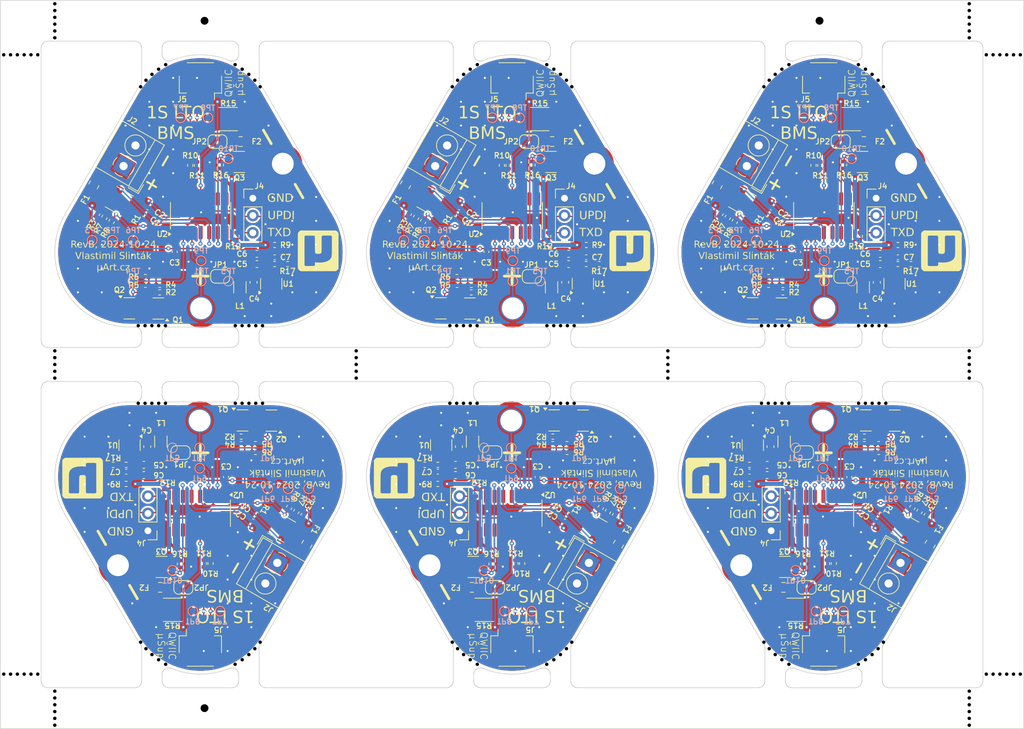
<source format=kicad_pcb>
(kicad_pcb
	(version 20241229)
	(generator "pcbnew")
	(generator_version "9.0")
	(general
		(thickness 1.09)
		(legacy_teardrops no)
	)
	(paper "A4")
	(title_block
		(title "LTO Battery Management System")
		(date "2024-10-24")
		(rev "B")
		(company "µArt.cz")
		(comment 1 "Vlastimil Slinták")
	)
	(layers
		(0 "F.Cu" signal)
		(2 "B.Cu" signal)
		(9 "F.Adhes" user "F.Adhesive")
		(11 "B.Adhes" user "B.Adhesive")
		(13 "F.Paste" user)
		(15 "B.Paste" user)
		(5 "F.SilkS" user "F.Silkscreen")
		(7 "B.SilkS" user "B.Silkscreen")
		(1 "F.Mask" user)
		(3 "B.Mask" user)
		(17 "Dwgs.User" user "User.Drawings")
		(19 "Cmts.User" user "User.Comments")
		(21 "Eco1.User" user "User.Eco1")
		(23 "Eco2.User" user "User.Eco2")
		(25 "Edge.Cuts" user)
		(27 "Margin" user)
		(31 "F.CrtYd" user "F.Courtyard")
		(29 "B.CrtYd" user "B.Courtyard")
		(35 "F.Fab" user)
		(33 "B.Fab" user)
		(39 "User.1" user)
		(41 "User.2" user)
		(43 "User.3" user)
		(45 "User.4" user)
		(47 "User.5" user)
		(49 "User.6" user)
		(51 "User.7" user)
		(53 "User.8" user)
		(55 "User.9" user)
	)
	(setup
		(stackup
			(layer "F.SilkS"
				(type "Top Silk Screen")
			)
			(layer "F.Paste"
				(type "Top Solder Paste")
			)
			(layer "F.Mask"
				(type "Top Solder Mask")
				(thickness 0.01)
			)
			(layer "F.Cu"
				(type "copper")
				(thickness 0.035)
			)
			(layer "dielectric 1"
				(type "core")
				(thickness 1)
				(material "FR4")
				(epsilon_r 4.5)
				(loss_tangent 0.02)
			)
			(layer "B.Cu"
				(type "copper")
				(thickness 0.035)
			)
			(layer "B.Mask"
				(type "Bottom Solder Mask")
				(thickness 0.01)
			)
			(layer "B.Paste"
				(type "Bottom Solder Paste")
			)
			(layer "B.SilkS"
				(type "Bottom Silk Screen")
			)
			(copper_finish "None")
			(dielectric_constraints no)
		)
		(pad_to_mask_clearance 0)
		(allow_soldermask_bridges_in_footprints no)
		(tenting front back)
		(aux_axis_origin 73.323913 20)
		(grid_origin 73.323913 20)
		(pcbplotparams
			(layerselection 0x00000000_00000000_55555555_5755f5ff)
			(plot_on_all_layers_selection 0x00000000_00000000_00000000_00000000)
			(disableapertmacros no)
			(usegerberextensions no)
			(usegerberattributes yes)
			(usegerberadvancedattributes yes)
			(creategerberjobfile yes)
			(dashed_line_dash_ratio 12.000000)
			(dashed_line_gap_ratio 3.000000)
			(svgprecision 4)
			(plotframeref no)
			(mode 1)
			(useauxorigin no)
			(hpglpennumber 1)
			(hpglpenspeed 20)
			(hpglpendiameter 15.000000)
			(pdf_front_fp_property_popups yes)
			(pdf_back_fp_property_popups yes)
			(pdf_metadata yes)
			(pdf_single_document no)
			(dxfpolygonmode yes)
			(dxfimperialunits yes)
			(dxfusepcbnewfont yes)
			(psnegative no)
			(psa4output no)
			(plot_black_and_white yes)
			(plotinvisibletext no)
			(sketchpadsonfab no)
			(plotpadnumbers no)
			(hidednponfab no)
			(sketchdnponfab yes)
			(crossoutdnponfab yes)
			(subtractmaskfromsilk no)
			(outputformat 1)
			(mirror no)
			(drillshape 1)
			(scaleselection 1)
			(outputdirectory "")
		)
	)
	(net 0 "")
	(net 1 "Board_0-+BATT")
	(net 2 "Board_0-3V3CUTOFF")
	(net 3 "Board_0-ADC_BATT")
	(net 4 "Board_0-ADC_LN")
	(net 5 "Board_0-ADC_LOAD")
	(net 6 "Board_0-ADC_LP")
	(net 7 "Board_0-ADC_SP")
	(net 8 "Board_0-CUTOFF")
	(net 9 "Board_0-GND")
	(net 10 "Board_0-Net-(J2-Pin_1)")
	(net 11 "Board_0-Net-(J5-Pin_2)")
	(net 12 "Board_0-Net-(J5-Pin_3)")
	(net 13 "Board_0-Net-(J5-Pin_4)")
	(net 14 "Board_0-Net-(JP1-A)")
	(net 15 "Board_0-Net-(JP2-A)")
	(net 16 "Board_0-Net-(Q1-D)")
	(net 17 "Board_0-Net-(Q3-D)")
	(net 18 "Board_0-Net-(U1-SW)")
	(net 19 "Board_0-Net-(U1-V_{FB})")
	(net 20 "Board_0-Net-(U2-PA5)")
	(net 21 "Board_0-Net-(U2-PB2)")
	(net 22 "Board_0-SCL")
	(net 23 "Board_0-SDA")
	(net 24 "Board_0-TXD")
	(net 25 "Board_0-UPDI")
	(net 26 "Board_0-VCC")
	(net 27 "Board_1-+BATT")
	(net 28 "Board_1-3V3CUTOFF")
	(net 29 "Board_1-ADC_BATT")
	(net 30 "Board_1-ADC_LN")
	(net 31 "Board_1-ADC_LOAD")
	(net 32 "Board_1-ADC_LP")
	(net 33 "Board_1-ADC_SP")
	(net 34 "Board_1-CUTOFF")
	(net 35 "Board_1-GND")
	(net 36 "Board_1-Net-(J2-Pin_1)")
	(net 37 "Board_1-Net-(J5-Pin_2)")
	(net 38 "Board_1-Net-(J5-Pin_3)")
	(net 39 "Board_1-Net-(J5-Pin_4)")
	(net 40 "Board_1-Net-(JP1-A)")
	(net 41 "Board_1-Net-(JP2-A)")
	(net 42 "Board_1-Net-(Q1-D)")
	(net 43 "Board_1-Net-(Q3-D)")
	(net 44 "Board_1-Net-(U1-SW)")
	(net 45 "Board_1-Net-(U1-V_{FB})")
	(net 46 "Board_1-Net-(U2-PA5)")
	(net 47 "Board_1-Net-(U2-PB2)")
	(net 48 "Board_1-SCL")
	(net 49 "Board_1-SDA")
	(net 50 "Board_1-TXD")
	(net 51 "Board_1-UPDI")
	(net 52 "Board_1-VCC")
	(net 53 "Board_2-+BATT")
	(net 54 "Board_2-3V3CUTOFF")
	(net 55 "Board_2-ADC_BATT")
	(net 56 "Board_2-ADC_LN")
	(net 57 "Board_2-ADC_LOAD")
	(net 58 "Board_2-ADC_LP")
	(net 59 "Board_2-ADC_SP")
	(net 60 "Board_2-CUTOFF")
	(net 61 "Board_2-GND")
	(net 62 "Board_2-Net-(J2-Pin_1)")
	(net 63 "Board_2-Net-(J5-Pin_2)")
	(net 64 "Board_2-Net-(J5-Pin_3)")
	(net 65 "Board_2-Net-(J5-Pin_4)")
	(net 66 "Board_2-Net-(JP1-A)")
	(net 67 "Board_2-Net-(JP2-A)")
	(net 68 "Board_2-Net-(Q1-D)")
	(net 69 "Board_2-Net-(Q3-D)")
	(net 70 "Board_2-Net-(U1-SW)")
	(net 71 "Board_2-Net-(U1-V_{FB})")
	(net 72 "Board_2-Net-(U2-PA5)")
	(net 73 "Board_2-Net-(U2-PB2)")
	(net 74 "Board_2-SCL")
	(net 75 "Board_2-SDA")
	(net 76 "Board_2-TXD")
	(net 77 "Board_2-UPDI")
	(net 78 "Board_2-VCC")
	(net 79 "Board_3-+BATT")
	(net 80 "Board_3-3V3CUTOFF")
	(net 81 "Board_3-ADC_BATT")
	(net 82 "Board_3-ADC_LN")
	(net 83 "Board_3-ADC_LOAD")
	(net 84 "Board_3-ADC_LP")
	(net 85 "Board_3-ADC_SP")
	(net 86 "Board_3-CUTOFF")
	(net 87 "Board_3-GND")
	(net 88 "Board_3-Net-(J2-Pin_1)")
	(net 89 "Board_3-Net-(J5-Pin_2)")
	(net 90 "Board_3-Net-(J5-Pin_3)")
	(net 91 "Board_3-Net-(J5-Pin_4)")
	(net 92 "Board_3-Net-(JP1-A)")
	(net 93 "Board_3-Net-(JP2-A)")
	(net 94 "Board_3-Net-(Q1-D)")
	(net 95 "Board_3-Net-(Q3-D)")
	(net 96 "Board_3-Net-(U1-SW)")
	(net 97 "Board_3-Net-(U1-V_{FB})")
	(net 98 "Board_3-Net-(U2-PA5)")
	(net 99 "Board_3-Net-(U2-PB2)")
	(net 100 "Board_3-SCL")
	(net 101 "Board_3-SDA")
	(net 102 "Board_3-TXD")
	(net 103 "Board_3-UPDI")
	(net 104 "Board_3-VCC")
	(net 105 "Board_4-+BATT")
	(net 106 "Board_4-3V3CUTOFF")
	(net 107 "Board_4-ADC_BATT")
	(net 108 "Board_4-ADC_LN")
	(net 109 "Board_4-ADC_LOAD")
	(net 110 "Board_4-ADC_LP")
	(net 111 "Board_4-ADC_SP")
	(net 112 "Board_4-CUTOFF")
	(net 113 "Board_4-GND")
	(net 114 "Board_4-Net-(J2-Pin_1)")
	(net 115 "Board_4-Net-(J5-Pin_2)")
	(net 116 "Board_4-Net-(J5-Pin_3)")
	(net 117 "Board_4-Net-(J5-Pin_4)")
	(net 118 "Board_4-Net-(JP1-A)")
	(net 119 "Board_4-Net-(JP2-A)")
	(net 120 "Board_4-Net-(Q1-D)")
	(net 121 "Board_4-Net-(Q3-D)")
	(net 122 "Board_4-Net-(U1-SW)")
	(net 123 "Board_4-Net-(U1-V_{FB})")
	(net 124 "Board_4-Net-(U2-PA5)")
	(net 125 "Board_4-Net-(U2-PB2)")
	(net 126 "Board_4-SCL")
	(net 127 "Board_4-SDA")
	(net 128 "Board_4-TXD")
	(net 129 "Board_4-UPDI")
	(net 130 "Board_4-VCC")
	(net 131 "Board_5-+BATT")
	(net 132 "Board_5-3V3CUTOFF")
	(net 133 "Board_5-ADC_BATT")
	(net 134 "Board_5-ADC_LN")
	(net 135 "Board_5-ADC_LOAD")
	(net 136 "Board_5-ADC_LP")
	(net 137 "Board_5-ADC_SP")
	(net 138 "Board_5-CUTOFF")
	(net 139 "Board_5-GND")
	(net 140 "Board_5-Net-(J2-Pin_1)")
	(net 141 "Board_5-Net-(J5-Pin_2)")
	(net 142 "Board_5-Net-(J5-Pin_3)")
	(net 143 "Board_5-Net-(J5-Pin_4)")
	(net 144 "Board_5-Net-(JP1-A)")
	(net 145 "Board_5-Net-(JP2-A)")
	(net 146 "Board_5-Net-(Q1-D)")
	(net 147 "Board_5-Net-(Q3-D)")
	(net 148 "Board_5-Net-(U1-SW)")
	(net 149 "Board_5-Net-(U1-V_{FB})")
	(net 150 "Board_5-Net-(U2-PA5)")
	(net 151 "Board_5-Net-(U2-PB2)")
	(net 152 "Board_5-SCL")
	(net 153 "Board_5-SDA")
	(net 154 "Board_5-TXD")
	(net 155 "Board_5-UPDI")
	(net 156 "Board_5-VCC")
	(footprint "Connector_JST:JST_SH_SM04B-SRSS-TB_1x04-1MP_P1.00mm_Horizontal" (layer "F.Cu") (at 102.707645 115.143891))
	(footprint "Resistor_SMD:R_0402_1005Metric" (layer "F.Cu") (at 104.207645 102.743891 90))
	(footprint "NPTH" (layer "F.Cu") (at 188.154179 67.796417))
	(footprint "NPTH" (layer "F.Cu") (at 108.84582 79.196426))
	(footprint "NPTH" (layer "F.Cu") (at 202.415132 79.196427))
	(footprint "NPTH" (layer "F.Cu") (at 81.323913 125.492844))
	(footprint "NPTH" (layer "F.Cu") (at 110.711337 115.253017))
	(footprint "Capacitor_SMD:C_0603_1608Metric" (layer "F.Cu") (at 94.907645 85.568891 90))
	(footprint "MountingHole:MountingHole_3.2mm_M3_ISO7380_Pad_TopOnly" (layer "F.Cu") (at 102.823043 65.248953))
	(footprint "NPTH" (layer "F.Cu") (at 142.359074 116.876703))
	(footprint "Connector_JST:JST_SH_SM04B-SRSS-TB_1x04-1MP_P1.00mm_Horizontal" (layer "F.Cu") (at 148.507699 31.848953 180))
	(footprint "Resistor_SMD:R_0402_1005Metric" (layer "F.Cu") (at 193.792355 44.248953 -90))
	(footprint "Package_SO:SOIC-14_3.9x8.7mm_P1.27mm" (layer "F.Cu") (at 102.745543 51.648953 90))
	(footprint "Resistor_SMD:R_0402_1005Metric" (layer "F.Cu") (at 188.292355 62.898953 180))
	(footprint "Capacitor_SMD:C_0402_1005Metric" (layer "F.Cu") (at 183.386957 89.243891))
	(footprint "NPTH" (layer "F.Cu") (at 156.630477 67.796421))
	(footprint "NPTH" (layer "F.Cu") (at 189.183859 117.543027))
	(footprint "NPTH" (layer "F.Cu") (at 154.640928 116.876671))
	(footprint "Connector_PinHeader_2.54mm:PinHeader_1x03_P2.54mm_Vertical" (layer "F.Cu") (at 201.992355 49.068953))
	(footprint "NPTH" (layer "F.Cu") (at 141.385603 116.117409))
	(footprint "NPTH" (layer "F.Cu") (at 203.059187 114.294538))
	(footprint "Resistor_SMD:R_0402_1005Metric" (layer "F.Cu") (at 188.976957 92.343891 90))
	(footprint "NPTH" (layer "F.Cu") (at 95.600945 30.875474))
	(footprint "Resistor_SMD:R_0402_1005Metric" (layer "F.Cu") (at 101.223043 44.248953 -90))
	(footprint "Capacitor_SMD:C_0402_1005Metric" (layer "F.Cu") (at 186.092355 51.448953 -30))
	(footprint "Capacitor_SMD:C_0402_1005Metric" (layer "F.Cu") (at 110.307645 96.543891 150))
	(footprint "Connector_PinHeader_2.54mm:PinHeader_1x03_P2.54mm_Vertical" (layer "F.Cu") (at 95.007645 97.923891 180))
	(footprint "NPTH" (layer "F.Cu") (at 193.676087 23))
	(footprint "Resistor_SMD:R_0402_1005Metric" (layer "F.Cu") (at 159.407699 55.948953))
	(footprint "MountingHole:MountingHole_3.2mm_M3_ISO7380_Pad_TopOnly" (layer "F.Cu") (at 182.176957 102.993891 -150))
	(footprint "Resistor_SMD:R_0402_1005Metric" (layer "F.Cu") (at 200.276957 84.093891))
	(footprint "Package_TO_SOT_SMD:SOT-23-3" (layer "F.Cu") (at 204.724457 81.743891 180))
	(footprint "MountingHole:MountingHole_3.2mm_M3_ISO7380_Pad_TopOnly" (layer "F.Cu") (at 90.607645 102.993891 -150))
	(footprint "NPTH" (layer "F.Cu") (at 97.584868 67.796417))
	(footprint "Resistor_SMD:R_0402_1005Metric" (layer "F.Cu") (at 159.397699 58.748953 180))
	(footprint "Capacitor_SMD:C_0402_1005Metric" (layer "F.Cu") (at 152.267301 90.043891 90))
	(footprint "Connector_PinHeader_2.54mm:PinHeader_1x03_P2.54mm_Vertical" (layer "F.Cu") (at 156.207699 49.068953))
	(footprint "NPTH" (layer "F.Cu") (at 199.385452 29.449817))
	(footprint "NPTH" (layer "F.Cu") (at 139.369522 79.196422))
	(footprint "NPTH" (layer "F.Cu") (at 156.49599 31.739779))
	(footprint "NPTH" (layer "F.Cu") (at 110.845821 67.796421))
	(footprint "Capacitor_SMD:C_0402_1005Metric" (layer "F.Cu") (at 94.523043 51.448953 -30))
	(footprint "NPTH" (layer "F.Cu") (at 202.415133 67.796421))
	(footprint "NPTH" (layer "F.Cu") (at 201.399055 116.11737))
	(footprint "NPTH" (layer "F.Cu") (at 219.176087 118.992844))
	(footprint "Capacitor_SMD:C_0402_1005Metric" (layer "F.Cu") (at 140.907699 50.448953 -30))
	(footprint "Capacitor_SMD:C_0402_1005Metric" (layer "F.Cu") (at 159.397699 57.748953 180))
	(footprint "NPTH" (layer "F.Cu") (at 188.14373 116.876703))
	(footprint "NPTH" (layer "F.Cu") (at 77.823913 118.992844))
	(footprint "NPTH" (layer "F.Cu") (at 93.584867 79.196422))
	(footprint "NPTH" (layer "F.Cu") (at 109.82974 30.875435))
	(footprint "NPTH" (layer "F.Cu") (at 75.823913 118.992844))
	(footprint "NPTH" (layer "F.Cu") (at 81.323913 24.5))
	(footprint "Fuse:Fuse_0805_2012Metric" (layer "F.Cu") (at 142.592301 106.243891))
	(footprint "Capacitor_SMD:C_0603_1608Metric" (layer "F.Cu") (at 110.523043 61.423953 -90))
	(footprint "MountingHole:MountingHole_3.2mm_M3_ISO7380_Pad_TopOnly" (layer "F.Cu") (at 160.607699 43.998953 30))
	(footprint "Capacitor_SMD:C_0603_1608Metric" (layer "F.Cu") (at 140.692301 85.568891 90))
	(footprint "Connector_PinHeader_2.54mm:PinHeader_1x03_P2.54mm_Vertical" (layer "F.Cu") (at 140.792301 97.923891 180))
	(footprint "Capacitor_SMD:C_0603_1608Metric" (layer "F.Cu") (at 94.407645 89.743891))
	(footprint "Jumper:SolderJumper-2_P1.3mm_Open_RoundedPad1.0x1.5mm" (layer "F.Cu") (at 105.223043 40.748953 180))
	(footprint "LOGO" (layer "F.Cu") (at 165.807699 56.798953))
	(footprint "NPTH" (layer "F.Cu") (at 81.323913 25.5))
	(footprint "NPTH" (layer "F.Cu") (at 215.676087 21.5))
	(footprint "NPTH" (layer "F.Cu") (at 157.630477 67.796421))
	(footprint "Package_TO_SOT_SMD:SOT-23-3"
		(layer "F.Cu")
		(uuid "268c54b0-db19-42c7-b526-60d237b91bca")
		(at 183.844855 65.248953)
		(descr "SOT, 3 Pin (https://www.jedec.org/sites/default/files/docs/Mo-178D.PDF inferred 3-pin variant), generated with kicad-footprint-generator ipc_gullwing_generator.py")
		(tags "SOT TO_SOT_SMD")
		(property "Reference" "Q2"
			(at -1.4525 -2.7 0)
			(unlocked yes)
			(layer "F.SilkS")
			(uuid "b4717532-5bb1-4034-a922-5d00b8a726ed")
			(effects
				(font
					(size 0.8 0.8)
					(thickness 0.15)
				)
			)
		)
		(property "Value" "EV3415/SI23333"
			(at 0 2.4 0)
			(unlocked yes)
			(layer "F.Fab")
			(uuid "7c2dbc26-6239-4dc7-99b7-b138f1581dbc")
			(effects
				(font
					(size 1 1)
					(thickness 0.15)
				)
			)
		)
		(property "Datasheet" "http://www.aosmd.com/pdfs/datasheet/AO3401A.pdf"
			(at 0 0 0)
			(unlocked yes)
			(layer "F.Fab")
			(hide yes)
			(uuid "e9f27dc8-9723-475c-a760-6b3690b20d42")
			(effects
				(font
					(size 1.27 1.27)
					(thickness 0.15)
				)
			)
		)
		(property "Description" "-4.0A Id, -30V Vds, P-Channel MOSFET, SOT-23"
			(at 0 0 0)
			(unlocked yes)
			(layer "F.Fab")
			(hide yes)
			(uuid "61fd0f3e-c022-4ebb-8bf8-4373fe169343")
			(effects
				(font
					(size 1.27 1.27)
					(thickness 0.15)
				)
			)
		)
		(property "LCSC" "C344008"
			(at 0 0 0)
			(unlocked yes)
			(layer "F.Fab")
			(hide yes)
			(uuid "cdf5f15a-f4bb-4e6c-b181-3f7ea77b4392")
			(effects
				(font
					(size 1 1)
					(thickness 0.15)
				)
			)
		)
		(path "/aadf0c29-6d13-493e-9cf0-75235ddf7066")
		(attr smd)
		(fp_line
			(start 0 -1.56)
			(end -0.8 -1.56)
			(stroke
				(width 0.12)
				(type solid)
			)
			(layer "F.SilkS")
			(uuid "fdaa5bb0-feae-499f-a385-db2754b2207e")
		)
		(fp_line
			(start 0 -1.56)
			(end 0.8 -1.56)
			(stroke
				(width 0.12)
				(type solid)
			)
			(layer "F.SilkS")
			(uuid "f8054adb-eb80-40b0-81f6-0992ac7be0f6")
		)
		(fp_line
			(start 0 1.56)
			(end -0.8 1.56)
			(stroke
				(width 0.12)
				(type solid)
			)
			(layer "F.SilkS")
			(uuid "ee465cf8-0d5b-49cd-98fe-d431ae750a4f")
		)
		(fp_line
			(start 0 1.56)
			(end 0.8 1.56)
			(stroke
				(width 0.12)
				(type solid)
			)
			(layer "F.SilkS")
			(uuid "13a3726a-5d11-4f22-a555-47486fdcc77a")
		)
		(fp_poly
			(pts
				(xy -1.3 -1.51) (xy -1.54 -1.84) (xy -1.06 -1.84) (xy -1.3 -1.51)
			)
			(stroke
				(width 0.12)
				(type solid)
			)
			(fill yes)
			(layer "F.SilkS")
			(uuid "f2e41f48-b81e-4f58-9fe4-af19053365b5")
		)
		(fp_line
			(start -2.05 -1.7)
			(end -2.05 1.7)
			(stroke
				(width 0.05)
				(type solid)
			)
			(layer "F.CrtYd")
			(uuid "194c6e0d-c0dc-4a81-9453-0d0ed8750b1c")
		)
		(fp_line
			(start -2.05 1.7)
			(end 2.05 1.7)
			(stroke
				(width 0.05)
				(type solid)
			)
			(layer "F.CrtYd")
			(uuid "3c0eebdb-eb9c-4745-aadf-b0f33caad671")
		)
		(fp_line
			(start 2.05 -1.7)
			(end -2.05 -1.7)
			(stroke
				(width 0.05)
				(type solid)
			)
			(layer "F.CrtYd")
			(uuid "410b30fc-f4fd-4205-82f6-4e4395514652")
		)
		(fp_line
			(start 2.05 1.7)
			(end 2.05 -1.7)
			(stroke
				(width 0.05)
				(type solid)
			)
			(layer "F.CrtYd")
			(uuid "b83c6c87-df6c-45a7-8d09-5b9ca7d0927e")
		)
		(fp_line
			(start -0.8 -1.05)
			(end -0.4 -1.45)
			(stroke
				(width 0.1)
				(type solid)
			)
			(layer "F.Fab")
			(uuid "f0f05bd3-6bee-407f-9c63-afd42da32dbf")
		)
		(fp_line
			(start -0.8 1.45)
			(end -0.8 -1.05)
			(stroke
				(width 0.1)
				(type solid)
			)
			(layer "F.Fab")
			(uuid "ca24dc23-8390-4c59-af3b-aae151c3d0e9")
		)
		(fp_line
			(start -0.4 -1.45)
			(end 0.8 -1.45)
			(stroke
				(width 0.1)
				(type solid)
			)
			(layer "F.Fab")
			(uuid "76924672-2584-47e0-a7fb-01e136dfb190")
		)
		(fp_line
			(start 0.8 -1.45)
			(end 0.8 1.45)
			(stroke
				(width 0.1)
				(type solid)
			)
			(layer "F.Fab")
			(uuid "721c9920-1439-4f58-90b1-87ddd0eac8c5")
		)
		(fp_line
			(start 0.8 1.45)
			(end -0.8 1.45)
			(stroke
				(width 0.1)
				(type solid)
			)
			(layer "F.Fab")
			(uuid "0f6a5797-112f-4289-8e41-6f17d6f6f814")
		)
		(fp_text user "${REFERENCE}"
			(at 0 0 0)
			(layer "F.Fab")
			(uuid "17ee06f5-cf20-4e22-98a2-361583cf38b5")
			(effects
				(font
					(size 0.4 0.4)
					(thickness 0.06)
				)
			)
		)
		(pad "1" smd roundrect
			(at -1.1375 -0.95)
			(size 1.325 0.6)
			(layers "F.Cu" "F.Mask" "F.Paste")
			(roundrect_rratio 0.25)
			(net 60 "Board_2-CUTOFF")
			(pinfunction "G")
			(pintype "input")
			(uuid "2c0e2db9-94db-4422-b711-4eb9976599e4")
		)
		(pad "2" smd roundrect
			(at -1.1375 0.95)
			(size 1.325 0.6)
			(layers "F.Cu" "F.Mask" "F.Paste")
			(roundrect_rratio 0.25)
			(net 58 "Board_2-ADC_LP")
			(pinfunction "S")
			(pintype "passive")
			(uuid "15bb4fe3-5c66-4158-9e3f-88959b49a758")
		)
		(pad "3" smd roundrect
			(at 1.1375 0)
			(size 1.325 0.6)
			(layers "F.Cu" "F.Mask" "F.Paste")
			(roundrect_rratio 0.25)
			(net 68 "Board_2-Net-(Q1-D)")
			(pinfunction "D")
			(pintype "passive")
			(uuid "f02b4ba6-3f76-4e26-bde1-a1621f8215eb")
		)
		(embedded_fonts no)
		(model "${KICAD8_3DMODEL_DIR
... [3470960 chars truncated]
</source>
